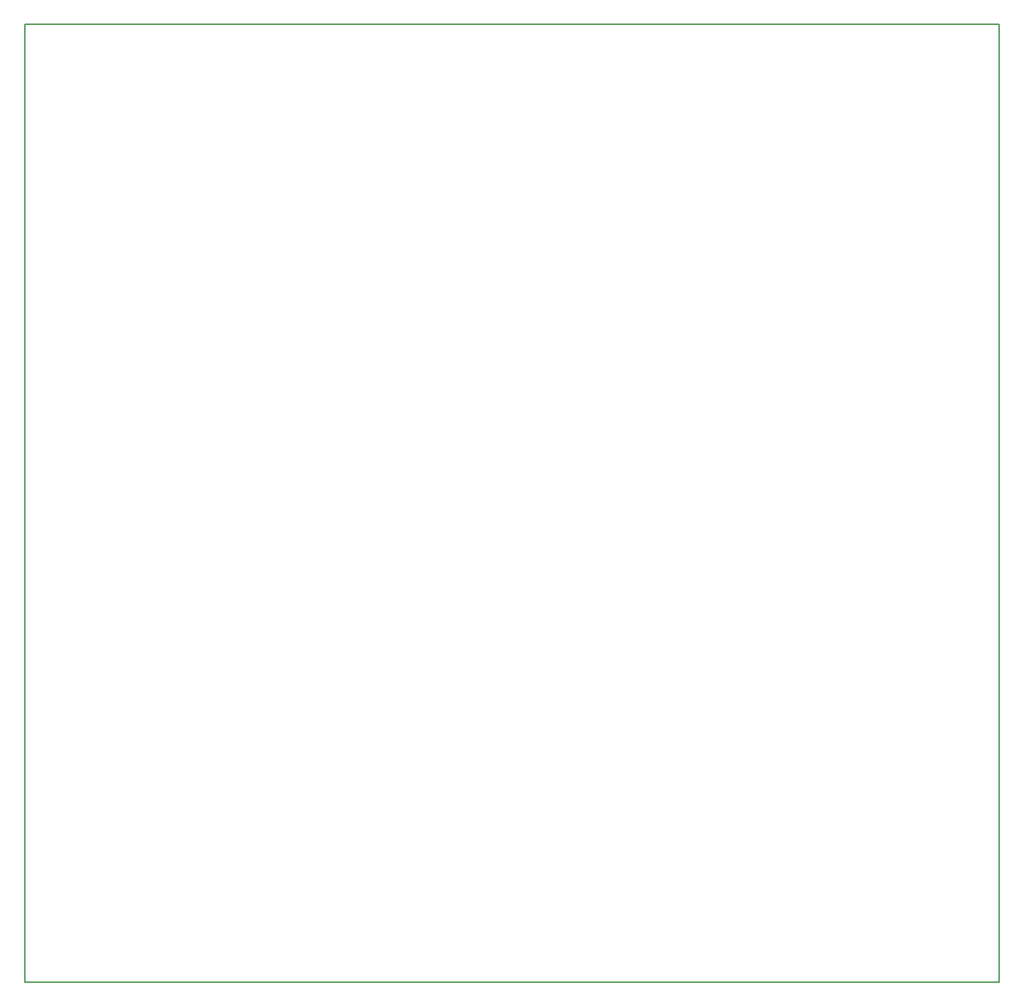
<source format=gbr>
G04 #@! TF.FileFunction,Profile,NP*
%FSLAX46Y46*%
G04 Gerber Fmt 4.6, Leading zero omitted, Abs format (unit mm)*
G04 Created by KiCad (PCBNEW 4.0.6) date 06/04/17 23:33:04*
%MOMM*%
%LPD*%
G01*
G04 APERTURE LIST*
%ADD10C,0.100000*%
%ADD11C,0.150000*%
G04 APERTURE END LIST*
D10*
D11*
X162010000Y-178000000D02*
X36010000Y-178000000D01*
X162010000Y-54000000D02*
X162010000Y-178000000D01*
X36010000Y-54000000D02*
X162010000Y-54000000D01*
X36010000Y-178000000D02*
X36010000Y-54000000D01*
M02*

</source>
